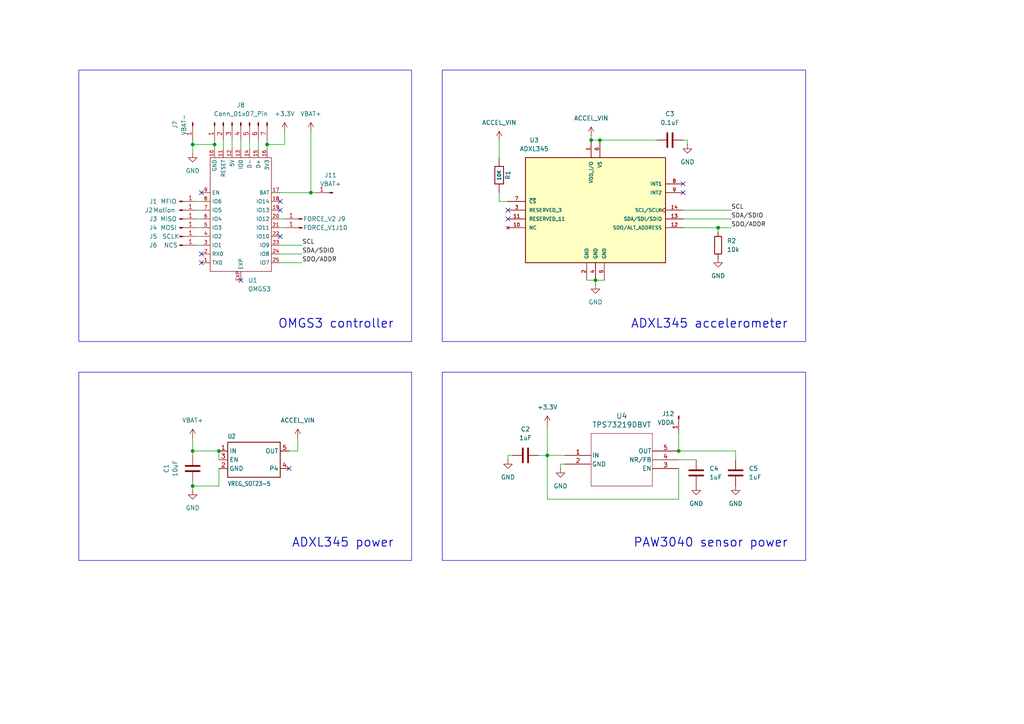
<source format=kicad_sch>
(kicad_sch (version 20231120) (generator "eeschema") (generator_version "8.0")
  (paper "A4")
  (lib_symbols
    (symbol "Adafruit ADXL345 Triple-Axis Accelerometer-eagle-import:VREG_SOT23-5"
      (property "Reference" "U" (at -7.62 6.096 0))
      (symbol "VREG_SOT23-5_1_0"
        (polyline (pts (xy -7.62 -5.08) (xy -7.62 5.08)) (stroke (width 0.254)))
        (polyline (pts (xy -7.62 5.08) (xy 7.62 5.08)) (stroke (width 0.254)))
        (polyline (pts (xy 7.62 -5.08) (xy -7.62 -5.08)) (stroke (width 0.254)))
        (polyline (pts (xy 7.62 5.08) (xy 7.62 -5.08)) (stroke (width 0.254)))
        (pin power_in line (at -10.16 2.54 0) (length 2.54) (name "IN") (number "1"))
        (pin power_in line (at -10.16 -2.54 0) (length 2.54) (name "GND") (number "2"))
        (pin input line (at -10.16 0 0) (length 2.54) (name "EN") (number "3"))
        (pin bidirectional line (at 10.16 -2.54 180) (length 2.54) (name "P4") (number "4"))
        (pin power_in line (at 10.16 2.54 180) (length 2.54) (name "OUT") (number "5"))
      )
    )
    (symbol "Adafruit ADXL345 Triple-Axis Accelerometer-eagle-import:microbuilder_RESISTOR0805_NOOUTLINE"
      (property "Reference" "R" (at 0 2.54 0))
      (symbol "microbuilder_RESISTOR0805_NOOUTLINE_1_0"
        (polyline (pts (xy -2.54 -1.27) (xy -2.54 1.27)) (stroke (width 0.254)))
        (polyline (pts (xy -2.54 1.27) (xy 2.54 1.27)) (stroke (width 0.254)))
        (polyline (pts (xy 2.54 -1.27) (xy -2.54 -1.27)) (stroke (width 0.254)))
        (polyline (pts (xy 2.54 1.27) (xy 2.54 -1.27)) (stroke (width 0.254)))
        (pin passive line (at -5.08 0 0) (length 2.54) (name "1") (number "1"))
        (pin passive line (at 5.08 0 180) (length 2.54) (name "2") (number "2"))
      )
    )
    (symbol "Connector:Conn_01x01_Pin" (pin_names (offset 1.016) hide)
      (property "Reference" "J" (at 0 2.54 0))
      (property "Value" "Conn_01x01_Pin" (at 0 -2.54 0))
      (symbol "Conn_01x01_Pin_1_1"
        (polyline (pts (xy 1.27 0) (xy 0.8636 0)) (stroke (width 0.1524)))
        (rectangle (start 0.8636 0.127) (end 0 -0.127) (stroke (width 0.1524)) (fill (type outline)))
        (pin passive line (at 5.08 0 180) (length 3.81) (name "Pin_1") (number "1"))
      )
    )
    (symbol "Connector:Conn_01x07_Pin" (pin_names (offset 1.016) hide)
      (property "Reference" "J" (at 0 10.16 0))
      (property "Value" "Conn_01x07_Pin" (at 0 -10.16 0))
      (symbol "Conn_01x07_Pin_1_1"
        (polyline (pts (xy 1.27 -7.62) (xy 0.8636 -7.62)) (stroke (width 0.1524)))
        (polyline (pts (xy 1.27 -5.08) (xy 0.8636 -5.08)) (stroke (width 0.1524)))
        (polyline (pts (xy 1.27 -2.54) (xy 0.8636 -2.54)) (stroke (width 0.1524)))
        (polyline (pts (xy 1.27 0) (xy 0.8636 0)) (stroke (width 0.1524)))
        (polyline (pts (xy 1.27 2.54) (xy 0.8636 2.54)) (stroke (width 0.1524)))
        (polyline (pts (xy 1.27 5.08) (xy 0.8636 5.08)) (stroke (width 0.1524)))
        (polyline (pts (xy 1.27 7.62) (xy 0.8636 7.62)) (stroke (width 0.1524)))
        (rectangle (start 0.8636 -7.493) (end 0 -7.747) (stroke (width 0.1524)) (fill (type outline)))
        (rectangle (start 0.8636 -4.953) (end 0 -5.207) (stroke (width 0.1524)) (fill (type outline)))
        (rectangle (start 0.8636 -2.413) (end 0 -2.667) (stroke (width 0.1524)) (fill (type outline)))
        (rectangle (start 0.8636 0.127) (end 0 -0.127) (stroke (width 0.1524)) (fill (type outline)))
        (rectangle (start 0.8636 2.667) (end 0 2.413) (stroke (width 0.1524)) (fill (type outline)))
        (rectangle (start 0.8636 5.207) (end 0 4.953) (stroke (width 0.1524)) (fill (type outline)))
        (rectangle (start 0.8636 7.747) (end 0 7.493) (stroke (width 0.1524)) (fill (type outline)))
        (pin passive line (at 5.08 7.62 180) (length 3.81) (name "Pin_1") (number "1"))
        (pin passive line (at 5.08 5.08 180) (length 3.81) (name "Pin_2") (number "2"))
        (pin passive line (at 5.08 2.54 180) (length 3.81) (name "Pin_3") (number "3"))
        (pin passive line (at 5.08 0 180) (length 3.81) (name "Pin_4") (number "4"))
        (pin passive line (at 5.08 -2.54 180) (length 3.81) (name "Pin_5") (number "5"))
        (pin passive line (at 5.08 -5.08 180) (length 3.81) (name "Pin_6") (number "6"))
        (pin passive line (at 5.08 -7.62 180) (length 3.81) (name "Pin_7") (number "7"))
      )
    )
    (symbol "Custom_sym:TPS73219DBVT" (pin_names (offset 0.254))
      (property "Reference" "U" (at 0 12.7 0))
      (property "Value" "TPS73219DBVT" (at 0 10.16 0))
      (symbol "TPS73219DBVT_0_1"
        (polyline (pts (xy -8.89 -7.62) (xy 8.89 -7.62)) (stroke (width 0.127)))
        (polyline (pts (xy -8.89 7.62) (xy -8.89 -7.62)) (stroke (width 0.127)))
        (polyline (pts (xy 8.89 -7.62) (xy 8.89 7.62)) (stroke (width 0.127)))
        (polyline (pts (xy 8.89 7.62) (xy -8.89 7.62)) (stroke (width 0.127)))
        (pin power_in line (at -16.51 -1.27 0) (length 7.62) (name "GND") (number "2"))
        (pin bidirectional line (at 16.51 0 180) (length 7.62) (name "NR/FB") (number "4"))
      )
      (symbol "TPS73219DBVT_1_1"
        (pin power_in line (at -16.51 1.27 0) (length 7.62) (name "IN") (number "1"))
        (pin input line (at 16.51 -2.54 180) (length 7.62) (name "EN") (number "3"))
        (pin power_out line (at 16.51 2.54 180) (length 7.62) (name "OUT") (number "5"))
      )
    )
    (symbol "Device:C" (pin_numbers hide) (pin_names (offset 0.254))
      (property "Reference" "C" (at 0.635 2.54 0))
      (property "Value" "C" (at 0.635 -2.54 0))
      (symbol "C_0_1"
        (polyline (pts (xy -2.032 -0.762) (xy 2.032 -0.762)) (stroke (width 0.508)))
        (polyline (pts (xy -2.032 0.762) (xy 2.032 0.762)) (stroke (width 0.508)))
      )
      (symbol "C_1_1"
        (pin passive line (at 0 3.81 270) (length 2.794) (name "~") (number "1"))
        (pin passive line (at 0 -3.81 90) (length 2.794) (name "~") (number "2"))
      )
    )
    (symbol "Device:R" (pin_numbers hide) (pin_names (offset 0))
      (property "Reference" "R" (at 2.032 0 90))
      (property "Value" "R" (at 0 0 90))
      (symbol "R_0_1"
        (rectangle (start -1.016 -2.54) (end 1.016 2.54) (stroke (width 0.254)))
      )
      (symbol "R_1_1"
        (pin passive line (at 0 3.81 270) (length 1.27) (name "~") (number "1"))
        (pin passive line (at 0 -3.81 90) (length 1.27) (name "~") (number "2"))
      )
    )
    (symbol "Imported_sym:ADXL345" (pin_names (offset 1.016))
      (property "Reference" "U" (at -20.32 15.748 0))
      (property "Value" "ADXL345" (at -20.32 -17.78 0))
      (symbol "ADXL345_0_0"
        (rectangle (start -20.32 15.24) (end 20.32 -15.24) (stroke (width 0.254)) (fill (type background)))
        (pin power_in line (at -1.27 20.32 270) (length 5.08) (name "VDD_I/O") (number "1"))
        (pin no_connect line (at -25.4 -5.08 0) (length 5.08) (name "NC") (number "10"))
        (pin passive line (at -25.4 -2.54 0) (length 5.08) (name "RESERVED_11") (number "11"))
        (pin output line (at 25.4 -5.08 180) (length 5.08) (name "SDO/ALT_ADDRESS") (number "12"))
        (pin bidirectional line (at 25.4 -2.54 180) (length 5.08) (name "SDA/SDI/SDIO") (number "13"))
        (pin bidirectional clock (at 25.4 0 180) (length 5.08) (name "SCL/SCLK") (number "14"))
        (pin power_in line (at -2.54 -20.32 90) (length 5.08) (name "GND") (number "2"))
        (pin passive line (at -25.4 0 0) (length 5.08) (name "RESERVED_3") (number "3"))
        (pin power_in line (at 0 -20.32 90) (length 5.08) (name "GND") (number "4"))
        (pin power_in line (at 2.54 -20.32 90) (length 5.08) (name "GND") (number "5"))
        (pin power_in line (at 1.27 20.32 270) (length 5.08) (name "VS") (number "6"))
        (pin input line (at -25.4 2.54 0) (length 5.08) (name "~{CS}") (number "7"))
        (pin output line (at 25.4 7.62 180) (length 5.08) (name "INT1") (number "8"))
        (pin output line (at 25.4 5.08 180) (length 5.08) (name "INT2") (number "9"))
      )
    )
    (symbol "Imported_sym:OMGS3"
      (property "Reference" "U1" (at -8.636 -18.1609 0))
      (property "Value" "OMGS3" (at -8.636 -20.066 0))
      (symbol "OMGS3_0_1"
        (rectangle (start 8.89 16.51) (end -8.89 -16.51))
      )
      (symbol "OMGS3_1_1"
        (pin input line (at -11.43 -13.97 0) (length 2.54) (name "TX0") (number "1"))
        (pin input line (at -7.62 19.05 270) (length 2.54) (name "GND") (number "10"))
        (pin input line (at -5.08 19.05 270) (length 2.54) (name "RESET") (number "11"))
        (pin input line (at -2.54 19.05 270) (length 2.54) (name "5V") (number "12"))
        (pin input line (at 0 19.05 270) (length 2.54) (name "IO0") (number "13"))
        (pin input line (at 2.54 19.05 270) (length 2.54) (name "D-") (number "14"))
        (pin input line (at 5.08 19.05 270) (length 2.54) (name "D+") (number "15"))
        (pin input line (at 7.62 19.05 270) (length 2.54) (name "3V3") (number "16"))
        (pin input line (at 11.43 6.35 180) (length 2.54) (name "BAT") (number "17"))
        (pin input line (at 11.43 3.81 180) (length 2.54) (name "IO14") (number "18"))
        (pin input line (at 11.43 1.27 180) (length 2.54) (name "IO13") (number "19"))
        (pin input line (at -11.43 -11.43 0) (length 2.54) (name "RX0") (number "2"))
        (pin input line (at 11.43 -1.27 180) (length 2.54) (name "IO12") (number "20"))
        (pin input line (at 11.43 -3.81 180) (length 2.54) (name "IO11") (number "21"))
        (pin input line (at 11.43 -6.35 180) (length 2.54) (name "IO10") (number "22"))
        (pin input line (at 11.43 -8.89 180) (length 2.54) (name "IO9") (number "23"))
        (pin input line (at 11.43 -11.43 180) (length 2.54) (name "IO8") (number "24"))
        (pin input line (at 11.43 -13.97 180) (length 2.54) (name "IO7") (number "25"))
        (pin input line (at -11.43 -8.89 0) (length 2.54) (name "IO1") (number "3"))
        (pin input line (at -11.43 -6.35 0) (length 2.54) (name "IO2") (number "4"))
        (pin input line (at -11.43 -3.81 0) (length 2.54) (name "IO3") (number "5"))
        (pin input line (at -11.43 -1.27 0) (length 2.54) (name "IO4") (number "6"))
        (pin input line (at -11.43 1.27 0) (length 2.54) (name "IO5") (number "7"))
        (pin input line (at -11.43 3.81 0) (length 2.54) (name "IO6") (number "8"))
        (pin input line (at -11.43 6.35 0) (length 2.54) (name "EN") (number "9"))
        (pin input line (at 0 -19.05 90) (length 2.54) (name "EXP") (number "EXP"))
      )
    )
    (symbol "power:+3.3V" (power) (pin_numbers hide) (pin_names (offset 0) hide)
      (property "Value" "+3.3V" (at 0 3.556 0))
      (symbol "+3.3V_0_1"
        (polyline (pts (xy -0.762 1.27) (xy 0 2.54)))
        (polyline (pts (xy 0 0) (xy 0 2.54)))
        (polyline (pts (xy 0 2.54) (xy 0.762 1.27)))
      )
      (symbol "+3.3V_1_1"
        (pin power_in line (at 0 0 90) (length 0) (name "~") (number "1"))
      )
    )
    (symbol "power:GND" (power) (pin_numbers hide) (pin_names (offset 0) hide)
      (property "Value" "GND" (at 0 -3.81 0))
      (symbol "GND_0_1"
        (polyline (pts (xy 0 0) (xy 0 -1.27) (xy 1.27 -1.27) (xy 0 -2.54) (xy -1.27 -1.27) (xy 0 -1.27)))
      )
      (symbol "GND_1_1"
        (pin power_in line (at 0 0 270) (length 0) (name "~") (number "1"))
      )
    )
  )
  (junction (at 208.28 66.04))
  (junction (at 63.5 130.81))
  (junction (at 55.88 41.91))
  (junction (at 171.45 40.64))
  (junction (at 77.47 41.91))
  (junction (at 90.17 55.88))
  (junction (at 55.88 130.81))
  (junction (at 158.75 132.08))
  (junction (at 62.23 41.91))
  (junction (at 172.72 81.28))
  (junction (at 55.88 140.97))
  (junction (at 173.99 40.64))
  (junction (at 196.85 130.81))
  (no_connect (at 58.42 55.88))
  (no_connect (at 147.32 63.5))
  (no_connect (at 147.32 60.96))
  (no_connect (at 83.82 135.89))
  (no_connect (at 81.28 68.58))
  (no_connect (at 198.12 53.34))
  (no_connect (at 69.85 81.28))
  (no_connect (at 58.42 73.66))
  (no_connect (at 81.28 58.42))
  (no_connect (at 198.12 55.88))
  (no_connect (at 81.28 60.96))
  (no_connect (at 58.42 76.2))
  (wire (pts (xy 144.78 40.64) (xy 144.78 45.72)))
  (wire (pts (xy 57.15 71.12) (xy 58.42 71.12)))
  (wire (pts (xy 171.45 40.64) (xy 173.99 40.64)))
  (wire (pts (xy 55.88 139.7) (xy 55.88 140.97)))
  (wire (pts (xy 55.88 130.81) (xy 55.88 132.08)))
  (wire (pts (xy 77.47 41.91) (xy 77.47 43.18)))
  (wire (pts (xy 208.28 66.04) (xy 212.09 66.04)))
  (wire (pts (xy 198.12 63.5) (xy 212.09 63.5)))
  (wire (pts (xy 158.75 123.19) (xy 158.75 132.08)))
  (wire (pts (xy 82.55 38.1) (xy 82.55 41.91)))
  (wire (pts (xy 83.82 130.81) (xy 86.36 130.81)) (stroke (width 0.1524)))
  (wire (pts (xy 57.15 66.04) (xy 58.42 66.04)))
  (wire (pts (xy 74.93 40.64) (xy 74.93 43.18)))
  (wire (pts (xy 147.32 58.42) (xy 144.78 58.42)))
  (wire (pts (xy 81.28 76.2) (xy 87.63 76.2)))
  (wire (pts (xy 55.88 41.91) (xy 55.88 44.45)))
  (wire (pts (xy 55.88 127) (xy 55.88 130.81)) (stroke (width 0.1524)))
  (wire (pts (xy 57.15 63.5) (xy 58.42 63.5)))
  (wire (pts (xy 86.36 127) (xy 86.36 130.81)) (stroke (width 0.1524)))
  (wire (pts (xy 196.85 144.78) (xy 158.75 144.78)))
  (wire (pts (xy 196.85 133.35) (xy 201.93 133.35)))
  (wire (pts (xy 81.28 73.66) (xy 87.63 73.66)))
  (wire (pts (xy 81.28 63.5) (xy 82.55 63.5)))
  (wire (pts (xy 196.85 130.81) (xy 213.36 130.81)))
  (wire (pts (xy 57.15 60.96) (xy 58.42 60.96)))
  (wire (pts (xy 77.47 40.64) (xy 77.47 41.91)))
  (wire (pts (xy 90.17 38.1) (xy 90.17 55.88)))
  (wire (pts (xy 162.56 135.89) (xy 162.56 134.62)))
  (wire (pts (xy 62.23 40.64) (xy 62.23 41.91)))
  (wire (pts (xy 55.88 140.97) (xy 55.88 142.24)) (stroke (width 0.1524)))
  (wire (pts (xy 158.75 144.78) (xy 158.75 132.08)))
  (wire (pts (xy 208.28 66.04) (xy 208.28 67.31)))
  (wire (pts (xy 173.99 40.64) (xy 190.5 40.64)))
  (wire (pts (xy 148.59 132.08) (xy 147.32 132.08)))
  (wire (pts (xy 62.23 41.91) (xy 62.23 43.18)))
  (wire (pts (xy 55.88 40.64) (xy 55.88 41.91)))
  (wire (pts (xy 213.36 130.81) (xy 213.36 133.35)))
  (wire (pts (xy 199.39 41.91) (xy 199.39 40.64)))
  (wire (pts (xy 57.15 68.58) (xy 58.42 68.58)))
  (wire (pts (xy 162.56 134.62) (xy 163.83 134.62)))
  (wire (pts (xy 81.28 55.88) (xy 90.17 55.88)))
  (wire (pts (xy 156.21 132.08) (xy 158.75 132.08)))
  (wire (pts (xy 63.5 135.89) (xy 63.5 140.97)) (stroke (width 0.1524)))
  (wire (pts (xy 63.5 133.35) (xy 63.5 130.81)) (stroke (width 0.1524)))
  (wire (pts (xy 198.12 66.04) (xy 208.28 66.04)))
  (wire (pts (xy 63.5 140.97) (xy 55.88 140.97)) (stroke (width 0.1524)))
  (wire (pts (xy 55.88 41.91) (xy 62.23 41.91)))
  (wire (pts (xy 64.77 40.64) (xy 64.77 43.18)))
  (wire (pts (xy 147.32 132.08) (xy 147.32 133.35)))
  (wire (pts (xy 172.72 82.55) (xy 172.72 81.28)))
  (wire (pts (xy 144.78 58.42) (xy 144.78 55.88)))
  (wire (pts (xy 90.17 55.88) (xy 91.44 55.88)))
  (wire (pts (xy 63.5 130.81) (xy 55.88 130.81)) (stroke (width 0.1524)))
  (wire (pts (xy 158.75 132.08) (xy 163.83 132.08)))
  (wire (pts (xy 67.31 40.64) (xy 67.31 43.18)))
  (wire (pts (xy 81.28 66.04) (xy 82.55 66.04)))
  (wire (pts (xy 81.28 71.12) (xy 87.63 71.12)))
  (wire (pts (xy 170.18 81.28) (xy 172.72 81.28)))
  (wire (pts (xy 57.15 58.42) (xy 58.42 58.42)))
  (wire (pts (xy 72.39 40.64) (xy 72.39 43.18)))
  (wire (pts (xy 198.12 60.96) (xy 212.09 60.96)))
  (wire (pts (xy 196.85 135.89) (xy 196.85 144.78)))
  (wire (pts (xy 69.85 40.64) (xy 69.85 43.18)))
  (wire (pts (xy 199.39 40.64) (xy 198.12 40.64)))
  (wire (pts (xy 171.45 39.37) (xy 171.45 40.64)))
  (wire (pts (xy 196.85 125.73) (xy 196.85 130.81)))
  (wire (pts (xy 82.55 41.91) (xy 77.47 41.91)))
  (wire (pts (xy 172.72 81.28) (xy 175.26 81.28)))
  (rectangle (start 22.86 107.95) (end 119.38 162.56))
  (rectangle (start 128.27 20.32) (end 233.68 99.06))
  (rectangle (start 128.27 107.95) (end 233.68 162.56))
  (rectangle (start 22.86 20.32) (end 119.38 99.06))
  (text "PAW3040 sensor power" (at 228.6 157.48 0) (effects (font (size 2.54 2.54) (thickness 0.254) (bold yes)) (justify right)))
  (text "OMGS3 controller" (at 114.3 93.98 0) (effects (font (size 2.54 2.54) (thickness 0.254) (bold yes)) (justify right)))
  (text "ADXL345 accelerometer" (at 228.6 93.98 0) (effects (font (size 2.54 2.54) (thickness 0.254) (bold yes)) (justify right)))
  (text "ADXL345 power" (at 114.3 157.48 0) (effects (font (size 2.54 2.54) (thickness 0.254) (bold yes)) (justify right)))
  (label "SDA/SDIO" (at 87.63 73.66 0) (effects (font (size 1.2446 1.2446))))
  (label "SDA/SDIO" (at 212.09 63.5 0) (effects (font (size 1.2446 1.2446))))
  (label "SDO{slash}ADDR" (at 87.63 76.2 0) (effects (font (size 1.2446 1.2446))))
  (label "SDO{slash}ADDR" (at 212.09 66.04 0) (effects (font (size 1.2446 1.2446))))
  (label "SCL" (at 212.09 60.96 0) (effects (font (size 1.2446 1.2446))))
  (label "SCL" (at 87.63 71.12 0) (effects (font (size 1.2446 1.2446))))
  (symbol (lib_id "Device:C") (at 213.36 137.16 0) (unit 1)
    (property "Reference" "C5" (at 217.17 135.8899 0) (effects (justify left)))
    (property "Value" "1uF" (at 217.17 138.4299 0) (effects (justify left)))
    (property "Footprint" "Capacitor_SMD:C_0603_1608Metric" (effects (hide yes)))
    (property "Description" "Unpolarized capacitor" (effects (hide yes)))
  )
  (symbol (lib_id "power:GND") (at 201.93 140.97 0) (unit 1)
    (property "Reference" "#PWR014" (effects (hide yes)))
    (property "Value" "GND" (at 201.93 146.05 0))
    (property "Description" "Power symbol creates a global label with name \"GND\" , ground" (effects (hide yes)))
  )
  (symbol (lib_id "power:GND") (at 55.88 142.24 0) (unit 1)
    (property "Reference" "#PWR03" (effects (hide yes)))
    (property "Value" "GND" (at 55.88 147.32 0))
    (property "Description" "Power symbol creates a global label with name \"GND\" , ground" (effects (hide yes)))
  )
  (symbol (lib_id "Connector:Conn_01x01_Pin") (at 52.07 58.42 0) (unit 1)
    (property "Reference" "J1" (at 44.45 58.42 0))
    (property "Value" "MFIO" (at 48.895 58.42 0))
    (property "Footprint" "Connector_PinHeader_2.00mm:PinHeader_1x01_P2.00mm_Vertical" (effects (hide yes)))
    (property "Description" "Generic connector, single row, 01x01, script generated" (effects (hide yes)))
  )
  (symbol (lib_id "power:GND") (at 162.56 135.89 0) (unit 1)
    (property "Reference" "#PWR010" (effects (hide yes)))
    (property "Value" "GND" (at 162.56 140.97 0))
    (property "Description" "Power symbol creates a global label with name \"GND\" , ground" (effects (hide yes)))
  )
  (symbol (lib_id "Connector:Conn_01x01_Pin") (at 196.85 120.65 90) (mirror x) (unit 1)
    (property "Reference" "J12" (at 195.58 120.0149 90) (effects (justify left)))
    (property "Value" "VDDA" (at 195.58 122.5549 90) (effects (justify left)))
    (property "Footprint" "Connector_PinHeader_2.00mm:PinHeader_1x01_P2.00mm_Vertical" (effects (hide yes)))
    (property "Description" "Generic connector, single row, 01x01, script generated" (effects (hide yes)))
  )
  (symbol (lib_id "power:+3.3V") (at 158.75 123.19 0) (unit 1)
    (property "Reference" "#PWR09" (effects (hide yes)))
    (property "Value" "+3.3V" (at 158.75 118.11 0))
    (property "Description" "Power symbol creates a global label with name \"+3.3V\"" (effects (hide yes)))
  )
  (symbol (lib_id "Connector:Conn_01x01_Pin") (at 52.07 63.5 0) (unit 1)
    (property "Reference" "J3" (at 44.45 63.5 0))
    (property "Value" "MISO" (at 48.895 63.5 0))
    (property "Footprint" "Connector_PinHeader_2.00mm:PinHeader_1x01_P2.00mm_Vertical" (effects (hide yes)))
    (property "Description" "Generic connector, single row, 01x01, script generated" (effects (hide yes)))
  )
  (symbol (lib_id "power:GND") (at 172.72 82.55 0) (unit 1)
    (property "Reference" "#PWR012" (effects (hide yes)))
    (property "Value" "GND" (at 172.72 87.63 0))
    (property "Description" "Power symbol creates a global label with name \"GND\" , ground" (effects (hide yes)))
  )
  (symbol (lib_id "power:+3.3V") (at 90.17 38.1 0) (unit 1)
    (property "Reference" "#PWR06" (effects (hide yes)))
    (property "Value" "VBAT+" (at 90.17 33.02 0))
    (property "Description" "Power symbol creates a global label with name \"+3.3V\"" (effects (hide yes)))
  )
  (symbol (lib_id "Device:R") (at 208.28 71.12 0) (unit 1)
    (property "Reference" "R2" (at 210.82 69.8499 0) (effects (justify left)))
    (property "Value" "10k" (at 210.82 72.3899 0) (effects (justify left)))
    (property "Footprint" "Resistor_SMD:R_0402_1005Metric" (effects (hide yes)))
    (property "Description" "Resistor" (effects (hide yes)))
  )
  (symbol (lib_id "power:+3.3V") (at 171.45 39.37 0) (unit 1)
    (property "Reference" "#PWR011" (effects (hide yes)))
    (property "Value" "ACCEL_VIN" (at 171.45 34.29 0))
    (property "Description" "Power symbol creates a global label with name \"+3.3V\"" (effects (hide yes)))
  )
  (symbol (lib_id "Connector:Conn_01x01_Pin") (at 55.88 35.56 90) (mirror x) (unit 1)
    (property "Reference" "J7" (at 50.8 36.195 0))
    (property "Value" "VBAT-" (at 53.34 36.195 0))
    (property "Footprint" "Connector_PinHeader_2.00mm:PinHeader_1x01_P2.00mm_Vertical" (effects (hide yes)))
    (property "Description" "Generic connector, single row, 01x01, script generated" (effects (hide yes)))
  )
  (symbol (lib_id "power:GND") (at 55.88 44.45 0) (unit 1)
    (property "Reference" "#PWR01" (effects (hide yes)))
    (property "Value" "GND" (at 55.88 49.53 0))
    (property "Description" "Power symbol creates a global label with name \"GND\" , ground" (effects (hide yes)))
  )
  (symbol (lib_id "Device:C") (at 201.93 137.16 0) (unit 1)
    (property "Reference" "C4" (at 205.74 135.8899 0) (effects (justify left)))
    (property "Value" "1uF" (at 205.74 138.4299 0) (effects (justify left)))
    (property "Footprint" "Capacitor_SMD:C_0603_1608Metric" (effects (hide yes)))
    (property "Description" "Unpolarized capacitor" (effects (hide yes)))
  )
  (symbol (lib_id "power:GND") (at 208.28 74.93 0) (unit 1)
    (property "Reference" "#PWR015" (effects (hide yes)))
    (property "Value" "GND" (at 208.28 80.01 0))
    (property "Description" "Power symbol creates a global label with name \"GND\" , ground" (effects (hide yes)))
  )
  (symbol (lib_id "power:GND") (at 213.36 140.97 0) (mirror y) (unit 1)
    (property "Reference" "#PWR016" (effects (hide yes)))
    (property "Value" "GND" (at 213.36 146.05 0))
    (property "Description" "Power symbol creates a global label with name \"GND\" , ground" (effects (hide yes)))
  )
  (symbol (lib_id "Device:C") (at 55.88 135.89 0) (mirror x) (unit 1)
    (property "Reference" "C1" (at 48.26 135.89 90))
    (property "Value" "10uF" (at 50.8 135.89 90))
    (property "Footprint" "Capacitor_SMD:C_0805_2012Metric" (effects (hide yes)))
    (property "Description" "Unpolarized capacitor" (effects (hide yes)))
  )
  (symbol (lib_id "power:GND") (at 147.32 133.35 0) (unit 1)
    (property "Reference" "#PWR08" (effects (hide yes)))
    (property "Value" "GND" (at 147.32 138.43 0))
    (property "Description" "Power symbol creates a global label with name \"GND\" , ground" (effects (hide yes)))
  )
  (symbol (lib_id "Adafruit ADXL345 Triple-Axis Accelerometer-eagle-import:microbuilder_RESISTOR0805_NOOUTLINE") (at 144.78 50.8 270) (mirror x) (unit 1)
    (property "Reference" "R1" (at 147.32 50.8 0))
    (property "Value" "10K" (at 144.78 50.8 0) (effects (font (size 1.016 1.016) (thickness 0.2032) (bold yes))))
    (property "Footprint" "Resistor_SMD:R_0402_1005Metric" (effects (hide yes)))
  )
  (symbol (lib_id "Device:C") (at 152.4 132.08 270) (unit 1)
    (property "Reference" "C2" (at 152.4 124.46 90))
    (property "Value" "1uF" (at 152.4 127 90))
    (property "Footprint" "Capacitor_SMD:C_0603_1608Metric" (effects (hide yes)))
    (property "Description" "Unpolarized capacitor" (effects (hide yes)))
  )
  (symbol (lib_id "power:+3.3V") (at 55.88 127 0) (unit 1)
    (property "Reference" "#PWR02" (effects (hide yes)))
    (property "Value" "VBAT+" (at 55.88 121.92 0))
    (property "Description" "Power symbol creates a global label with name \"+3.3V\"" (effects (hide yes)))
  )
  (symbol (lib_id "Connector:Conn_01x01_Pin") (at 87.63 63.5 180) (unit 1)
    (property "Reference" "J9" (at 99.06 63.5 0))
    (property "Value" "FORCE_V2" (at 92.71 63.5 0))
    (property "Footprint" "Connector_PinHeader_2.00mm:PinHeader_1x01_P2.00mm_Vertical" (effects (hide yes)))
    (property "Description" "Generic connector, single row, 01x01, script generated" (effects (hide yes)))
  )
  (symbol (lib_id "Connector:Conn_01x01_Pin") (at 52.07 68.58 0) (unit 1)
    (property "Reference" "J5" (at 44.45 68.58 0))
    (property "Value" "SCLK" (at 49.53 68.58 0))
    (property "Footprint" "Connector_PinHeader_2.00mm:PinHeader_1x01_P2.00mm_Vertical" (effects (hide yes)))
    (property "Description" "Generic connector, single row, 01x01, script generated" (effects (hide yes)))
  )
  (symbol (lib_id "Adafruit ADXL345 Triple-Axis Accelerometer-eagle-import:VREG_SOT23-5") (at 73.66 133.35 0) (unit 1)
    (property "Reference" "U2" (at 66.04 127.254 0) (effects (font (size 1.27 1.0795)) (justify left bottom)))
    (property "Value" "VREG_SOT23-5" (at 66.04 140.97 0) (effects (font (size 1.27 1.0795)) (justify left bottom)))
    (property "Footprint" "Imported_FP:SOT95P280X145-5N" (effects (hide yes)))
  )
  (symbol (lib_id "Imported_sym:OMGS3") (at 69.85 62.23 0) (unit 1)
    (property "Reference" "U1" (at 71.9272 81.28 0) (effects (justify left)))
    (property "Value" "OMGS3" (at 71.9272 83.82 0) (effects (justify left)))
    (property "Footprint" "Imported_FP:OMGS3" (effects (hide yes)))
  )
  (symbol (lib_id "Connector:Conn_01x01_Pin") (at 96.52 55.88 0) (mirror y) (unit 1)
    (property "Reference" "J11" (at 95.885 50.8 0))
    (property "Value" "VBAT+" (at 95.885 53.34 0))
    (property "Footprint" "Connector_PinHeader_2.00mm:PinHeader_1x01_P2.00mm_Vertical" (effects (hide yes)))
    (property "Description" "Generic connector, single row, 01x01, script generated" (effects (hide yes)))
  )
  (symbol (lib_id "Connector:Conn_01x01_Pin") (at 52.07 71.12 0) (unit 1)
    (property "Reference" "J6" (at 44.45 71.12 0))
    (property "Value" "NCS" (at 49.53 71.12 0))
    (property "Footprint" "Connector_PinHeader_2.00mm:PinHeader_1x01_P2.00mm_Vertical" (effects (hide yes)))
    (property "Description" "Generic connector, single row, 01x01, script generated" (effects (hide yes)))
  )
  (symbol (lib_id "power:+3.3V") (at 82.55 38.1 0) (unit 1)
    (property "Reference" "#PWR04" (effects (hide yes)))
    (property "Value" "+3.3V" (at 82.55 33.02 0))
    (property "Description" "Power symbol creates a global label with name \"+3.3V\"" (effects (hide yes)))
  )
  (symbol (lib_id "Connector:Conn_01x07_Pin") (at 69.85 35.56 90) (mirror x) (unit 1)
    (property "Reference" "J8" (at 69.85 30.48 90))
    (property "Value" "Conn_01x07_Pin" (at 69.85 33.02 90))
    (property "Footprint" "Custom_FP:OMGS3_programming_pins" (effects (hide yes)))
    (property "Description" "Generic connector, single row, 01x07, script generated" (effects (hide yes)))
  )
  (symbol (lib_id "Custom_sym:TPS73219DBVT") (at 180.34 133.35 0) (unit 1)
    (property "Reference" "U4" (at 180.34 120.65 0) (effects (font (size 1.524 1.524))))
    (property "Value" "TPS73219DBVT" (at 180.34 123.19 0) (effects (font (size 1.524 1.524))))
    (property "Footprint" "Imported_FP:DBV5_TEX" (effects (hide yes)))
    (property "Datasheet" "TPS73219DBVT" (effects (hide yes)))
  )
  (symbol (lib_id "power:+3.3V") (at 144.78 40.64 0) (unit 1)
    (property "Reference" "#PWR07" (effects (hide yes)))
    (property "Value" "ACCEL_VIN" (at 144.78 35.56 0))
    (property "Description" "Power symbol creates a global label with name \"+3.3V\"" (effects (hide yes)))
  )
  (symbol (lib_id "power:+3.3V") (at 86.36 127 0) (unit 1)
    (property "Reference" "#PWR05" (effects (hide yes)))
    (property "Value" "ACCEL_VIN" (at 86.36 121.92 0))
    (property "Description" "Power symbol creates a global label with name \"+3.3V\"" (effects (hide yes)))
  )
  (symbol (lib_id "Connector:Conn_01x01_Pin") (at 52.07 66.04 0) (unit 1)
    (property "Reference" "J4" (at 44.45 66.04 0))
    (property "Value" "MOSI" (at 48.895 66.04 0))
    (property "Footprint" "Connector_PinHeader_2.00mm:PinHeader_1x01_P2.00mm_Vertical" (effects (hide yes)))
    (property "Description" "Generic connector, single row, 01x01, script generated" (effects (hide yes)))
  )
  (symbol (lib_id "Imported_sym:ADXL345") (at 172.72 60.96 0) (unit 1)
    (property "Reference" "U3" (at 154.94 40.64 0))
    (property "Value" "ADXL345" (at 154.94 43.18 0))
    (property "Footprint" "Imported_FP:PQFN80P500X300X100-14N" (effects (hide yes)))
    (property "MF" "Analog Devices, Inc." (effects (hide yes)))
    (property "SNAPEDA_PACKAGE_ID" "105924" (effects (hide yes)))
    (property "MAXIMUM_PACKAGE_HEIGHT" "1 mm" (effects (hide yes)))
    (property "Price" "None" (effects (hide yes)))
    (property "Package" "LGA -14 Analog Devices" (effects (hide yes)))
    (property "Check_prices" "https://www.snapeda.com/parts/ADXL345/Analog+Devices/view-part/?ref=eda" (effects (hide yes)))
    (property "STANDARD" "IPC 7351B" (effects (hide yes)))
    (property "PARTREV" "B" (effects (hide yes)))
    (property "SnapEDA_Link" "https://www.snapeda.com/parts/ADXL345/Analog+Devices/view-part/?ref=snap" (effects (hide yes)))
    (property "MP" "ADXL345" (effects (hide yes)))
    (property "Description_1" "\n                        \n                            Accelerometer X, Y, Z Axis ±2g, 4g, 8g, 16g 0.05Hz ~ 1.6kHz 14-LGA (3x5)\n                        \n" (effects (hide yes)))
    (property "MANUFACTURER" "Analog Devices" (effects (hide yes)))
    (property "Availability" "Not in stock" (effects (hide yes)))
    (property "SNAPEDA_PN" "ADXL345" (effects (hide yes)))
  )
  (symbol (lib_id "Connector:Conn_01x01_Pin") (at 52.07 60.96 0) (unit 1)
    (property "Reference" "J2" (at 43.18 60.96 0))
    (property "Value" "Motion" (at 47.625 60.96 0))
    (property "Footprint" "Connector_PinHeader_2.00mm:PinHeader_1x01_P2.00mm_Vertical" (effects (hide yes)))
    (property "Description" "Generic connector, single row, 01x01, script generated" (effects (hide yes)))
  )
  (symbol (lib_id "power:GND") (at 199.39 41.91 0) (unit 1)
    (property "Reference" "#PWR013" (effects (hide yes)))
    (property "Value" "GND" (at 199.39 46.99 0))
    (property "Description" "Power symbol creates a global label with name \"GND\" , ground" (effects (hide yes)))
  )
  (symbol (lib_id "Connector:Conn_01x01_Pin") (at 87.63 66.04 180) (unit 1)
    (property "Reference" "J10" (at 99.06 66.04 0))
    (property "Value" "FORCE_V1" (at 92.71 66.04 0))
    (property "Footprint" "Connector_PinHeader_2.00mm:PinHeader_1x01_P2.00mm_Vertical" (effects (hide yes)))
    (property "Description" "Generic connector, single row, 01x01, script generated" (effects (hide yes)))
  )
  (symbol (lib_id "Device:C") (at 194.31 40.64 270) (unit 1)
    (property "Reference" "C3" (at 194.31 33.02 90))
    (property "Value" "0.1uF" (at 194.31 35.56 90))
    (property "Footprint" "Capacitor_SMD:C_0402_1005Metric" (effects (hide yes)))
    (property "Description" "Unpolarized capacitor" (effects (hide yes)))
  )
)
</source>
